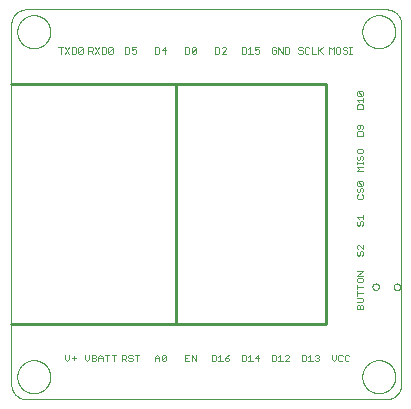
<source format=gto>
G75*
%MOIN*%
%OFA0B0*%
%FSLAX25Y25*%
%IPPOS*%
%LPD*%
%AMOC8*
5,1,8,0,0,1.08239X$1,22.5*
%
%ADD10C,0.00000*%
%ADD11C,0.00200*%
%ADD12C,0.01000*%
D10*
X0039428Y0006256D02*
X0039428Y0126217D01*
X0039430Y0126357D01*
X0039436Y0126497D01*
X0039446Y0126637D01*
X0039459Y0126777D01*
X0039477Y0126916D01*
X0039499Y0127055D01*
X0039524Y0127192D01*
X0039553Y0127330D01*
X0039586Y0127466D01*
X0039623Y0127601D01*
X0039664Y0127735D01*
X0039709Y0127868D01*
X0039757Y0128000D01*
X0039809Y0128130D01*
X0039864Y0128259D01*
X0039923Y0128386D01*
X0039986Y0128512D01*
X0040052Y0128636D01*
X0040121Y0128757D01*
X0040194Y0128877D01*
X0040271Y0128995D01*
X0040350Y0129110D01*
X0040433Y0129224D01*
X0040519Y0129334D01*
X0040608Y0129443D01*
X0040700Y0129549D01*
X0040795Y0129652D01*
X0040892Y0129753D01*
X0040993Y0129850D01*
X0041096Y0129945D01*
X0041202Y0130037D01*
X0041311Y0130126D01*
X0041421Y0130212D01*
X0041535Y0130295D01*
X0041650Y0130374D01*
X0041768Y0130451D01*
X0041888Y0130524D01*
X0042009Y0130593D01*
X0042133Y0130659D01*
X0042259Y0130722D01*
X0042386Y0130781D01*
X0042515Y0130836D01*
X0042645Y0130888D01*
X0042777Y0130936D01*
X0042910Y0130981D01*
X0043044Y0131022D01*
X0043179Y0131059D01*
X0043315Y0131092D01*
X0043453Y0131121D01*
X0043590Y0131146D01*
X0043729Y0131168D01*
X0043868Y0131186D01*
X0044008Y0131199D01*
X0044148Y0131209D01*
X0044288Y0131215D01*
X0044428Y0131217D01*
X0164429Y0131217D01*
X0164569Y0131215D01*
X0164709Y0131209D01*
X0164849Y0131199D01*
X0164989Y0131186D01*
X0165128Y0131168D01*
X0165267Y0131146D01*
X0165404Y0131121D01*
X0165542Y0131092D01*
X0165678Y0131059D01*
X0165813Y0131022D01*
X0165947Y0130981D01*
X0166080Y0130936D01*
X0166212Y0130888D01*
X0166342Y0130836D01*
X0166471Y0130781D01*
X0166598Y0130722D01*
X0166724Y0130659D01*
X0166848Y0130593D01*
X0166969Y0130524D01*
X0167089Y0130451D01*
X0167207Y0130374D01*
X0167322Y0130295D01*
X0167436Y0130212D01*
X0167546Y0130126D01*
X0167655Y0130037D01*
X0167761Y0129945D01*
X0167864Y0129850D01*
X0167965Y0129753D01*
X0168062Y0129652D01*
X0168157Y0129549D01*
X0168249Y0129443D01*
X0168338Y0129334D01*
X0168424Y0129224D01*
X0168507Y0129110D01*
X0168586Y0128995D01*
X0168663Y0128877D01*
X0168736Y0128757D01*
X0168805Y0128636D01*
X0168871Y0128512D01*
X0168934Y0128386D01*
X0168993Y0128259D01*
X0169048Y0128130D01*
X0169100Y0128000D01*
X0169148Y0127868D01*
X0169193Y0127735D01*
X0169234Y0127601D01*
X0169271Y0127466D01*
X0169304Y0127330D01*
X0169333Y0127192D01*
X0169358Y0127055D01*
X0169380Y0126916D01*
X0169398Y0126777D01*
X0169411Y0126637D01*
X0169421Y0126497D01*
X0169427Y0126357D01*
X0169429Y0126217D01*
X0169429Y0006256D01*
X0169427Y0006116D01*
X0169421Y0005976D01*
X0169411Y0005836D01*
X0169398Y0005696D01*
X0169380Y0005557D01*
X0169358Y0005418D01*
X0169333Y0005281D01*
X0169304Y0005143D01*
X0169271Y0005007D01*
X0169234Y0004872D01*
X0169193Y0004738D01*
X0169148Y0004605D01*
X0169100Y0004473D01*
X0169048Y0004343D01*
X0168993Y0004214D01*
X0168934Y0004087D01*
X0168871Y0003961D01*
X0168805Y0003837D01*
X0168736Y0003716D01*
X0168663Y0003596D01*
X0168586Y0003478D01*
X0168507Y0003363D01*
X0168424Y0003249D01*
X0168338Y0003139D01*
X0168249Y0003030D01*
X0168157Y0002924D01*
X0168062Y0002821D01*
X0167965Y0002720D01*
X0167864Y0002623D01*
X0167761Y0002528D01*
X0167655Y0002436D01*
X0167546Y0002347D01*
X0167436Y0002261D01*
X0167322Y0002178D01*
X0167207Y0002099D01*
X0167089Y0002022D01*
X0166969Y0001949D01*
X0166848Y0001880D01*
X0166724Y0001814D01*
X0166598Y0001751D01*
X0166471Y0001692D01*
X0166342Y0001637D01*
X0166212Y0001585D01*
X0166080Y0001537D01*
X0165947Y0001492D01*
X0165813Y0001451D01*
X0165678Y0001414D01*
X0165542Y0001381D01*
X0165404Y0001352D01*
X0165267Y0001327D01*
X0165128Y0001305D01*
X0164989Y0001287D01*
X0164849Y0001274D01*
X0164709Y0001264D01*
X0164569Y0001258D01*
X0164429Y0001256D01*
X0044428Y0001256D01*
X0044288Y0001258D01*
X0044148Y0001264D01*
X0044008Y0001274D01*
X0043868Y0001287D01*
X0043729Y0001305D01*
X0043590Y0001327D01*
X0043453Y0001352D01*
X0043315Y0001381D01*
X0043179Y0001414D01*
X0043044Y0001451D01*
X0042910Y0001492D01*
X0042777Y0001537D01*
X0042645Y0001585D01*
X0042515Y0001637D01*
X0042386Y0001692D01*
X0042259Y0001751D01*
X0042133Y0001814D01*
X0042009Y0001880D01*
X0041888Y0001949D01*
X0041768Y0002022D01*
X0041650Y0002099D01*
X0041535Y0002178D01*
X0041421Y0002261D01*
X0041311Y0002347D01*
X0041202Y0002436D01*
X0041096Y0002528D01*
X0040993Y0002623D01*
X0040892Y0002720D01*
X0040795Y0002821D01*
X0040700Y0002924D01*
X0040608Y0003030D01*
X0040519Y0003139D01*
X0040433Y0003249D01*
X0040350Y0003363D01*
X0040271Y0003478D01*
X0040194Y0003596D01*
X0040121Y0003716D01*
X0040052Y0003837D01*
X0039986Y0003961D01*
X0039923Y0004087D01*
X0039864Y0004214D01*
X0039809Y0004343D01*
X0039757Y0004473D01*
X0039709Y0004605D01*
X0039664Y0004738D01*
X0039623Y0004872D01*
X0039586Y0005007D01*
X0039553Y0005143D01*
X0039524Y0005281D01*
X0039499Y0005418D01*
X0039477Y0005557D01*
X0039459Y0005696D01*
X0039446Y0005836D01*
X0039436Y0005976D01*
X0039430Y0006116D01*
X0039428Y0006256D01*
X0041416Y0008756D02*
X0041418Y0008904D01*
X0041424Y0009052D01*
X0041434Y0009200D01*
X0041448Y0009347D01*
X0041466Y0009494D01*
X0041487Y0009640D01*
X0041513Y0009786D01*
X0041543Y0009931D01*
X0041576Y0010075D01*
X0041614Y0010218D01*
X0041655Y0010360D01*
X0041700Y0010501D01*
X0041748Y0010641D01*
X0041801Y0010780D01*
X0041857Y0010917D01*
X0041917Y0011052D01*
X0041980Y0011186D01*
X0042047Y0011318D01*
X0042118Y0011448D01*
X0042192Y0011576D01*
X0042269Y0011702D01*
X0042350Y0011826D01*
X0042434Y0011948D01*
X0042521Y0012067D01*
X0042612Y0012184D01*
X0042706Y0012299D01*
X0042802Y0012411D01*
X0042902Y0012521D01*
X0043004Y0012627D01*
X0043110Y0012731D01*
X0043218Y0012832D01*
X0043329Y0012930D01*
X0043442Y0013026D01*
X0043558Y0013118D01*
X0043676Y0013207D01*
X0043797Y0013292D01*
X0043920Y0013375D01*
X0044045Y0013454D01*
X0044172Y0013530D01*
X0044301Y0013602D01*
X0044432Y0013671D01*
X0044565Y0013736D01*
X0044700Y0013797D01*
X0044836Y0013855D01*
X0044973Y0013910D01*
X0045112Y0013960D01*
X0045253Y0014007D01*
X0045394Y0014050D01*
X0045537Y0014090D01*
X0045681Y0014125D01*
X0045825Y0014157D01*
X0045971Y0014184D01*
X0046117Y0014208D01*
X0046264Y0014228D01*
X0046411Y0014244D01*
X0046558Y0014256D01*
X0046706Y0014264D01*
X0046854Y0014268D01*
X0047002Y0014268D01*
X0047150Y0014264D01*
X0047298Y0014256D01*
X0047445Y0014244D01*
X0047592Y0014228D01*
X0047739Y0014208D01*
X0047885Y0014184D01*
X0048031Y0014157D01*
X0048175Y0014125D01*
X0048319Y0014090D01*
X0048462Y0014050D01*
X0048603Y0014007D01*
X0048744Y0013960D01*
X0048883Y0013910D01*
X0049020Y0013855D01*
X0049156Y0013797D01*
X0049291Y0013736D01*
X0049424Y0013671D01*
X0049555Y0013602D01*
X0049684Y0013530D01*
X0049811Y0013454D01*
X0049936Y0013375D01*
X0050059Y0013292D01*
X0050180Y0013207D01*
X0050298Y0013118D01*
X0050414Y0013026D01*
X0050527Y0012930D01*
X0050638Y0012832D01*
X0050746Y0012731D01*
X0050852Y0012627D01*
X0050954Y0012521D01*
X0051054Y0012411D01*
X0051150Y0012299D01*
X0051244Y0012184D01*
X0051335Y0012067D01*
X0051422Y0011948D01*
X0051506Y0011826D01*
X0051587Y0011702D01*
X0051664Y0011576D01*
X0051738Y0011448D01*
X0051809Y0011318D01*
X0051876Y0011186D01*
X0051939Y0011052D01*
X0051999Y0010917D01*
X0052055Y0010780D01*
X0052108Y0010641D01*
X0052156Y0010501D01*
X0052201Y0010360D01*
X0052242Y0010218D01*
X0052280Y0010075D01*
X0052313Y0009931D01*
X0052343Y0009786D01*
X0052369Y0009640D01*
X0052390Y0009494D01*
X0052408Y0009347D01*
X0052422Y0009200D01*
X0052432Y0009052D01*
X0052438Y0008904D01*
X0052440Y0008756D01*
X0052438Y0008608D01*
X0052432Y0008460D01*
X0052422Y0008312D01*
X0052408Y0008165D01*
X0052390Y0008018D01*
X0052369Y0007872D01*
X0052343Y0007726D01*
X0052313Y0007581D01*
X0052280Y0007437D01*
X0052242Y0007294D01*
X0052201Y0007152D01*
X0052156Y0007011D01*
X0052108Y0006871D01*
X0052055Y0006732D01*
X0051999Y0006595D01*
X0051939Y0006460D01*
X0051876Y0006326D01*
X0051809Y0006194D01*
X0051738Y0006064D01*
X0051664Y0005936D01*
X0051587Y0005810D01*
X0051506Y0005686D01*
X0051422Y0005564D01*
X0051335Y0005445D01*
X0051244Y0005328D01*
X0051150Y0005213D01*
X0051054Y0005101D01*
X0050954Y0004991D01*
X0050852Y0004885D01*
X0050746Y0004781D01*
X0050638Y0004680D01*
X0050527Y0004582D01*
X0050414Y0004486D01*
X0050298Y0004394D01*
X0050180Y0004305D01*
X0050059Y0004220D01*
X0049936Y0004137D01*
X0049811Y0004058D01*
X0049684Y0003982D01*
X0049555Y0003910D01*
X0049424Y0003841D01*
X0049291Y0003776D01*
X0049156Y0003715D01*
X0049020Y0003657D01*
X0048883Y0003602D01*
X0048744Y0003552D01*
X0048603Y0003505D01*
X0048462Y0003462D01*
X0048319Y0003422D01*
X0048175Y0003387D01*
X0048031Y0003355D01*
X0047885Y0003328D01*
X0047739Y0003304D01*
X0047592Y0003284D01*
X0047445Y0003268D01*
X0047298Y0003256D01*
X0047150Y0003248D01*
X0047002Y0003244D01*
X0046854Y0003244D01*
X0046706Y0003248D01*
X0046558Y0003256D01*
X0046411Y0003268D01*
X0046264Y0003284D01*
X0046117Y0003304D01*
X0045971Y0003328D01*
X0045825Y0003355D01*
X0045681Y0003387D01*
X0045537Y0003422D01*
X0045394Y0003462D01*
X0045253Y0003505D01*
X0045112Y0003552D01*
X0044973Y0003602D01*
X0044836Y0003657D01*
X0044700Y0003715D01*
X0044565Y0003776D01*
X0044432Y0003841D01*
X0044301Y0003910D01*
X0044172Y0003982D01*
X0044045Y0004058D01*
X0043920Y0004137D01*
X0043797Y0004220D01*
X0043676Y0004305D01*
X0043558Y0004394D01*
X0043442Y0004486D01*
X0043329Y0004582D01*
X0043218Y0004680D01*
X0043110Y0004781D01*
X0043004Y0004885D01*
X0042902Y0004991D01*
X0042802Y0005101D01*
X0042706Y0005213D01*
X0042612Y0005328D01*
X0042521Y0005445D01*
X0042434Y0005564D01*
X0042350Y0005686D01*
X0042269Y0005810D01*
X0042192Y0005936D01*
X0042118Y0006064D01*
X0042047Y0006194D01*
X0041980Y0006326D01*
X0041917Y0006460D01*
X0041857Y0006595D01*
X0041801Y0006732D01*
X0041748Y0006871D01*
X0041700Y0007011D01*
X0041655Y0007152D01*
X0041614Y0007294D01*
X0041576Y0007437D01*
X0041543Y0007581D01*
X0041513Y0007726D01*
X0041487Y0007872D01*
X0041466Y0008018D01*
X0041448Y0008165D01*
X0041434Y0008312D01*
X0041424Y0008460D01*
X0041418Y0008608D01*
X0041416Y0008756D01*
X0156416Y0008756D02*
X0156418Y0008904D01*
X0156424Y0009052D01*
X0156434Y0009200D01*
X0156448Y0009347D01*
X0156466Y0009494D01*
X0156487Y0009640D01*
X0156513Y0009786D01*
X0156543Y0009931D01*
X0156576Y0010075D01*
X0156614Y0010218D01*
X0156655Y0010360D01*
X0156700Y0010501D01*
X0156748Y0010641D01*
X0156801Y0010780D01*
X0156857Y0010917D01*
X0156917Y0011052D01*
X0156980Y0011186D01*
X0157047Y0011318D01*
X0157118Y0011448D01*
X0157192Y0011576D01*
X0157269Y0011702D01*
X0157350Y0011826D01*
X0157434Y0011948D01*
X0157521Y0012067D01*
X0157612Y0012184D01*
X0157706Y0012299D01*
X0157802Y0012411D01*
X0157902Y0012521D01*
X0158004Y0012627D01*
X0158110Y0012731D01*
X0158218Y0012832D01*
X0158329Y0012930D01*
X0158442Y0013026D01*
X0158558Y0013118D01*
X0158676Y0013207D01*
X0158797Y0013292D01*
X0158920Y0013375D01*
X0159045Y0013454D01*
X0159172Y0013530D01*
X0159301Y0013602D01*
X0159432Y0013671D01*
X0159565Y0013736D01*
X0159700Y0013797D01*
X0159836Y0013855D01*
X0159973Y0013910D01*
X0160112Y0013960D01*
X0160253Y0014007D01*
X0160394Y0014050D01*
X0160537Y0014090D01*
X0160681Y0014125D01*
X0160825Y0014157D01*
X0160971Y0014184D01*
X0161117Y0014208D01*
X0161264Y0014228D01*
X0161411Y0014244D01*
X0161558Y0014256D01*
X0161706Y0014264D01*
X0161854Y0014268D01*
X0162002Y0014268D01*
X0162150Y0014264D01*
X0162298Y0014256D01*
X0162445Y0014244D01*
X0162592Y0014228D01*
X0162739Y0014208D01*
X0162885Y0014184D01*
X0163031Y0014157D01*
X0163175Y0014125D01*
X0163319Y0014090D01*
X0163462Y0014050D01*
X0163603Y0014007D01*
X0163744Y0013960D01*
X0163883Y0013910D01*
X0164020Y0013855D01*
X0164156Y0013797D01*
X0164291Y0013736D01*
X0164424Y0013671D01*
X0164555Y0013602D01*
X0164684Y0013530D01*
X0164811Y0013454D01*
X0164936Y0013375D01*
X0165059Y0013292D01*
X0165180Y0013207D01*
X0165298Y0013118D01*
X0165414Y0013026D01*
X0165527Y0012930D01*
X0165638Y0012832D01*
X0165746Y0012731D01*
X0165852Y0012627D01*
X0165954Y0012521D01*
X0166054Y0012411D01*
X0166150Y0012299D01*
X0166244Y0012184D01*
X0166335Y0012067D01*
X0166422Y0011948D01*
X0166506Y0011826D01*
X0166587Y0011702D01*
X0166664Y0011576D01*
X0166738Y0011448D01*
X0166809Y0011318D01*
X0166876Y0011186D01*
X0166939Y0011052D01*
X0166999Y0010917D01*
X0167055Y0010780D01*
X0167108Y0010641D01*
X0167156Y0010501D01*
X0167201Y0010360D01*
X0167242Y0010218D01*
X0167280Y0010075D01*
X0167313Y0009931D01*
X0167343Y0009786D01*
X0167369Y0009640D01*
X0167390Y0009494D01*
X0167408Y0009347D01*
X0167422Y0009200D01*
X0167432Y0009052D01*
X0167438Y0008904D01*
X0167440Y0008756D01*
X0167438Y0008608D01*
X0167432Y0008460D01*
X0167422Y0008312D01*
X0167408Y0008165D01*
X0167390Y0008018D01*
X0167369Y0007872D01*
X0167343Y0007726D01*
X0167313Y0007581D01*
X0167280Y0007437D01*
X0167242Y0007294D01*
X0167201Y0007152D01*
X0167156Y0007011D01*
X0167108Y0006871D01*
X0167055Y0006732D01*
X0166999Y0006595D01*
X0166939Y0006460D01*
X0166876Y0006326D01*
X0166809Y0006194D01*
X0166738Y0006064D01*
X0166664Y0005936D01*
X0166587Y0005810D01*
X0166506Y0005686D01*
X0166422Y0005564D01*
X0166335Y0005445D01*
X0166244Y0005328D01*
X0166150Y0005213D01*
X0166054Y0005101D01*
X0165954Y0004991D01*
X0165852Y0004885D01*
X0165746Y0004781D01*
X0165638Y0004680D01*
X0165527Y0004582D01*
X0165414Y0004486D01*
X0165298Y0004394D01*
X0165180Y0004305D01*
X0165059Y0004220D01*
X0164936Y0004137D01*
X0164811Y0004058D01*
X0164684Y0003982D01*
X0164555Y0003910D01*
X0164424Y0003841D01*
X0164291Y0003776D01*
X0164156Y0003715D01*
X0164020Y0003657D01*
X0163883Y0003602D01*
X0163744Y0003552D01*
X0163603Y0003505D01*
X0163462Y0003462D01*
X0163319Y0003422D01*
X0163175Y0003387D01*
X0163031Y0003355D01*
X0162885Y0003328D01*
X0162739Y0003304D01*
X0162592Y0003284D01*
X0162445Y0003268D01*
X0162298Y0003256D01*
X0162150Y0003248D01*
X0162002Y0003244D01*
X0161854Y0003244D01*
X0161706Y0003248D01*
X0161558Y0003256D01*
X0161411Y0003268D01*
X0161264Y0003284D01*
X0161117Y0003304D01*
X0160971Y0003328D01*
X0160825Y0003355D01*
X0160681Y0003387D01*
X0160537Y0003422D01*
X0160394Y0003462D01*
X0160253Y0003505D01*
X0160112Y0003552D01*
X0159973Y0003602D01*
X0159836Y0003657D01*
X0159700Y0003715D01*
X0159565Y0003776D01*
X0159432Y0003841D01*
X0159301Y0003910D01*
X0159172Y0003982D01*
X0159045Y0004058D01*
X0158920Y0004137D01*
X0158797Y0004220D01*
X0158676Y0004305D01*
X0158558Y0004394D01*
X0158442Y0004486D01*
X0158329Y0004582D01*
X0158218Y0004680D01*
X0158110Y0004781D01*
X0158004Y0004885D01*
X0157902Y0004991D01*
X0157802Y0005101D01*
X0157706Y0005213D01*
X0157612Y0005328D01*
X0157521Y0005445D01*
X0157434Y0005564D01*
X0157350Y0005686D01*
X0157269Y0005810D01*
X0157192Y0005936D01*
X0157118Y0006064D01*
X0157047Y0006194D01*
X0156980Y0006326D01*
X0156917Y0006460D01*
X0156857Y0006595D01*
X0156801Y0006732D01*
X0156748Y0006871D01*
X0156700Y0007011D01*
X0156655Y0007152D01*
X0156614Y0007294D01*
X0156576Y0007437D01*
X0156543Y0007581D01*
X0156513Y0007726D01*
X0156487Y0007872D01*
X0156466Y0008018D01*
X0156448Y0008165D01*
X0156434Y0008312D01*
X0156424Y0008460D01*
X0156418Y0008608D01*
X0156416Y0008756D01*
X0159802Y0038756D02*
X0159804Y0038821D01*
X0159810Y0038887D01*
X0159820Y0038951D01*
X0159833Y0039015D01*
X0159851Y0039078D01*
X0159872Y0039140D01*
X0159897Y0039200D01*
X0159926Y0039259D01*
X0159958Y0039316D01*
X0159994Y0039371D01*
X0160032Y0039424D01*
X0160074Y0039474D01*
X0160119Y0039522D01*
X0160167Y0039567D01*
X0160217Y0039609D01*
X0160270Y0039647D01*
X0160325Y0039683D01*
X0160382Y0039715D01*
X0160441Y0039744D01*
X0160501Y0039769D01*
X0160563Y0039790D01*
X0160626Y0039808D01*
X0160690Y0039821D01*
X0160754Y0039831D01*
X0160820Y0039837D01*
X0160885Y0039839D01*
X0160950Y0039837D01*
X0161016Y0039831D01*
X0161080Y0039821D01*
X0161144Y0039808D01*
X0161207Y0039790D01*
X0161269Y0039769D01*
X0161329Y0039744D01*
X0161388Y0039715D01*
X0161445Y0039683D01*
X0161500Y0039647D01*
X0161553Y0039609D01*
X0161603Y0039567D01*
X0161651Y0039522D01*
X0161696Y0039474D01*
X0161738Y0039424D01*
X0161776Y0039371D01*
X0161812Y0039316D01*
X0161844Y0039259D01*
X0161873Y0039200D01*
X0161898Y0039140D01*
X0161919Y0039078D01*
X0161937Y0039015D01*
X0161950Y0038951D01*
X0161960Y0038887D01*
X0161966Y0038821D01*
X0161968Y0038756D01*
X0161966Y0038691D01*
X0161960Y0038625D01*
X0161950Y0038561D01*
X0161937Y0038497D01*
X0161919Y0038434D01*
X0161898Y0038372D01*
X0161873Y0038312D01*
X0161844Y0038253D01*
X0161812Y0038196D01*
X0161776Y0038141D01*
X0161738Y0038088D01*
X0161696Y0038038D01*
X0161651Y0037990D01*
X0161603Y0037945D01*
X0161553Y0037903D01*
X0161500Y0037865D01*
X0161445Y0037829D01*
X0161388Y0037797D01*
X0161329Y0037768D01*
X0161269Y0037743D01*
X0161207Y0037722D01*
X0161144Y0037704D01*
X0161080Y0037691D01*
X0161016Y0037681D01*
X0160950Y0037675D01*
X0160885Y0037673D01*
X0160820Y0037675D01*
X0160754Y0037681D01*
X0160690Y0037691D01*
X0160626Y0037704D01*
X0160563Y0037722D01*
X0160501Y0037743D01*
X0160441Y0037768D01*
X0160382Y0037797D01*
X0160325Y0037829D01*
X0160270Y0037865D01*
X0160217Y0037903D01*
X0160167Y0037945D01*
X0160119Y0037990D01*
X0160074Y0038038D01*
X0160032Y0038088D01*
X0159994Y0038141D01*
X0159958Y0038196D01*
X0159926Y0038253D01*
X0159897Y0038312D01*
X0159872Y0038372D01*
X0159851Y0038434D01*
X0159833Y0038497D01*
X0159820Y0038561D01*
X0159810Y0038625D01*
X0159804Y0038691D01*
X0159802Y0038756D01*
X0166889Y0038756D02*
X0166891Y0038821D01*
X0166897Y0038887D01*
X0166907Y0038951D01*
X0166920Y0039015D01*
X0166938Y0039078D01*
X0166959Y0039140D01*
X0166984Y0039200D01*
X0167013Y0039259D01*
X0167045Y0039316D01*
X0167081Y0039371D01*
X0167119Y0039424D01*
X0167161Y0039474D01*
X0167206Y0039522D01*
X0167254Y0039567D01*
X0167304Y0039609D01*
X0167357Y0039647D01*
X0167412Y0039683D01*
X0167469Y0039715D01*
X0167528Y0039744D01*
X0167588Y0039769D01*
X0167650Y0039790D01*
X0167713Y0039808D01*
X0167777Y0039821D01*
X0167841Y0039831D01*
X0167907Y0039837D01*
X0167972Y0039839D01*
X0168037Y0039837D01*
X0168103Y0039831D01*
X0168167Y0039821D01*
X0168231Y0039808D01*
X0168294Y0039790D01*
X0168356Y0039769D01*
X0168416Y0039744D01*
X0168475Y0039715D01*
X0168532Y0039683D01*
X0168587Y0039647D01*
X0168640Y0039609D01*
X0168690Y0039567D01*
X0168738Y0039522D01*
X0168783Y0039474D01*
X0168825Y0039424D01*
X0168863Y0039371D01*
X0168899Y0039316D01*
X0168931Y0039259D01*
X0168960Y0039200D01*
X0168985Y0039140D01*
X0169006Y0039078D01*
X0169024Y0039015D01*
X0169037Y0038951D01*
X0169047Y0038887D01*
X0169053Y0038821D01*
X0169055Y0038756D01*
X0169053Y0038691D01*
X0169047Y0038625D01*
X0169037Y0038561D01*
X0169024Y0038497D01*
X0169006Y0038434D01*
X0168985Y0038372D01*
X0168960Y0038312D01*
X0168931Y0038253D01*
X0168899Y0038196D01*
X0168863Y0038141D01*
X0168825Y0038088D01*
X0168783Y0038038D01*
X0168738Y0037990D01*
X0168690Y0037945D01*
X0168640Y0037903D01*
X0168587Y0037865D01*
X0168532Y0037829D01*
X0168475Y0037797D01*
X0168416Y0037768D01*
X0168356Y0037743D01*
X0168294Y0037722D01*
X0168231Y0037704D01*
X0168167Y0037691D01*
X0168103Y0037681D01*
X0168037Y0037675D01*
X0167972Y0037673D01*
X0167907Y0037675D01*
X0167841Y0037681D01*
X0167777Y0037691D01*
X0167713Y0037704D01*
X0167650Y0037722D01*
X0167588Y0037743D01*
X0167528Y0037768D01*
X0167469Y0037797D01*
X0167412Y0037829D01*
X0167357Y0037865D01*
X0167304Y0037903D01*
X0167254Y0037945D01*
X0167206Y0037990D01*
X0167161Y0038038D01*
X0167119Y0038088D01*
X0167081Y0038141D01*
X0167045Y0038196D01*
X0167013Y0038253D01*
X0166984Y0038312D01*
X0166959Y0038372D01*
X0166938Y0038434D01*
X0166920Y0038497D01*
X0166907Y0038561D01*
X0166897Y0038625D01*
X0166891Y0038691D01*
X0166889Y0038756D01*
X0156416Y0123756D02*
X0156418Y0123904D01*
X0156424Y0124052D01*
X0156434Y0124200D01*
X0156448Y0124347D01*
X0156466Y0124494D01*
X0156487Y0124640D01*
X0156513Y0124786D01*
X0156543Y0124931D01*
X0156576Y0125075D01*
X0156614Y0125218D01*
X0156655Y0125360D01*
X0156700Y0125501D01*
X0156748Y0125641D01*
X0156801Y0125780D01*
X0156857Y0125917D01*
X0156917Y0126052D01*
X0156980Y0126186D01*
X0157047Y0126318D01*
X0157118Y0126448D01*
X0157192Y0126576D01*
X0157269Y0126702D01*
X0157350Y0126826D01*
X0157434Y0126948D01*
X0157521Y0127067D01*
X0157612Y0127184D01*
X0157706Y0127299D01*
X0157802Y0127411D01*
X0157902Y0127521D01*
X0158004Y0127627D01*
X0158110Y0127731D01*
X0158218Y0127832D01*
X0158329Y0127930D01*
X0158442Y0128026D01*
X0158558Y0128118D01*
X0158676Y0128207D01*
X0158797Y0128292D01*
X0158920Y0128375D01*
X0159045Y0128454D01*
X0159172Y0128530D01*
X0159301Y0128602D01*
X0159432Y0128671D01*
X0159565Y0128736D01*
X0159700Y0128797D01*
X0159836Y0128855D01*
X0159973Y0128910D01*
X0160112Y0128960D01*
X0160253Y0129007D01*
X0160394Y0129050D01*
X0160537Y0129090D01*
X0160681Y0129125D01*
X0160825Y0129157D01*
X0160971Y0129184D01*
X0161117Y0129208D01*
X0161264Y0129228D01*
X0161411Y0129244D01*
X0161558Y0129256D01*
X0161706Y0129264D01*
X0161854Y0129268D01*
X0162002Y0129268D01*
X0162150Y0129264D01*
X0162298Y0129256D01*
X0162445Y0129244D01*
X0162592Y0129228D01*
X0162739Y0129208D01*
X0162885Y0129184D01*
X0163031Y0129157D01*
X0163175Y0129125D01*
X0163319Y0129090D01*
X0163462Y0129050D01*
X0163603Y0129007D01*
X0163744Y0128960D01*
X0163883Y0128910D01*
X0164020Y0128855D01*
X0164156Y0128797D01*
X0164291Y0128736D01*
X0164424Y0128671D01*
X0164555Y0128602D01*
X0164684Y0128530D01*
X0164811Y0128454D01*
X0164936Y0128375D01*
X0165059Y0128292D01*
X0165180Y0128207D01*
X0165298Y0128118D01*
X0165414Y0128026D01*
X0165527Y0127930D01*
X0165638Y0127832D01*
X0165746Y0127731D01*
X0165852Y0127627D01*
X0165954Y0127521D01*
X0166054Y0127411D01*
X0166150Y0127299D01*
X0166244Y0127184D01*
X0166335Y0127067D01*
X0166422Y0126948D01*
X0166506Y0126826D01*
X0166587Y0126702D01*
X0166664Y0126576D01*
X0166738Y0126448D01*
X0166809Y0126318D01*
X0166876Y0126186D01*
X0166939Y0126052D01*
X0166999Y0125917D01*
X0167055Y0125780D01*
X0167108Y0125641D01*
X0167156Y0125501D01*
X0167201Y0125360D01*
X0167242Y0125218D01*
X0167280Y0125075D01*
X0167313Y0124931D01*
X0167343Y0124786D01*
X0167369Y0124640D01*
X0167390Y0124494D01*
X0167408Y0124347D01*
X0167422Y0124200D01*
X0167432Y0124052D01*
X0167438Y0123904D01*
X0167440Y0123756D01*
X0167438Y0123608D01*
X0167432Y0123460D01*
X0167422Y0123312D01*
X0167408Y0123165D01*
X0167390Y0123018D01*
X0167369Y0122872D01*
X0167343Y0122726D01*
X0167313Y0122581D01*
X0167280Y0122437D01*
X0167242Y0122294D01*
X0167201Y0122152D01*
X0167156Y0122011D01*
X0167108Y0121871D01*
X0167055Y0121732D01*
X0166999Y0121595D01*
X0166939Y0121460D01*
X0166876Y0121326D01*
X0166809Y0121194D01*
X0166738Y0121064D01*
X0166664Y0120936D01*
X0166587Y0120810D01*
X0166506Y0120686D01*
X0166422Y0120564D01*
X0166335Y0120445D01*
X0166244Y0120328D01*
X0166150Y0120213D01*
X0166054Y0120101D01*
X0165954Y0119991D01*
X0165852Y0119885D01*
X0165746Y0119781D01*
X0165638Y0119680D01*
X0165527Y0119582D01*
X0165414Y0119486D01*
X0165298Y0119394D01*
X0165180Y0119305D01*
X0165059Y0119220D01*
X0164936Y0119137D01*
X0164811Y0119058D01*
X0164684Y0118982D01*
X0164555Y0118910D01*
X0164424Y0118841D01*
X0164291Y0118776D01*
X0164156Y0118715D01*
X0164020Y0118657D01*
X0163883Y0118602D01*
X0163744Y0118552D01*
X0163603Y0118505D01*
X0163462Y0118462D01*
X0163319Y0118422D01*
X0163175Y0118387D01*
X0163031Y0118355D01*
X0162885Y0118328D01*
X0162739Y0118304D01*
X0162592Y0118284D01*
X0162445Y0118268D01*
X0162298Y0118256D01*
X0162150Y0118248D01*
X0162002Y0118244D01*
X0161854Y0118244D01*
X0161706Y0118248D01*
X0161558Y0118256D01*
X0161411Y0118268D01*
X0161264Y0118284D01*
X0161117Y0118304D01*
X0160971Y0118328D01*
X0160825Y0118355D01*
X0160681Y0118387D01*
X0160537Y0118422D01*
X0160394Y0118462D01*
X0160253Y0118505D01*
X0160112Y0118552D01*
X0159973Y0118602D01*
X0159836Y0118657D01*
X0159700Y0118715D01*
X0159565Y0118776D01*
X0159432Y0118841D01*
X0159301Y0118910D01*
X0159172Y0118982D01*
X0159045Y0119058D01*
X0158920Y0119137D01*
X0158797Y0119220D01*
X0158676Y0119305D01*
X0158558Y0119394D01*
X0158442Y0119486D01*
X0158329Y0119582D01*
X0158218Y0119680D01*
X0158110Y0119781D01*
X0158004Y0119885D01*
X0157902Y0119991D01*
X0157802Y0120101D01*
X0157706Y0120213D01*
X0157612Y0120328D01*
X0157521Y0120445D01*
X0157434Y0120564D01*
X0157350Y0120686D01*
X0157269Y0120810D01*
X0157192Y0120936D01*
X0157118Y0121064D01*
X0157047Y0121194D01*
X0156980Y0121326D01*
X0156917Y0121460D01*
X0156857Y0121595D01*
X0156801Y0121732D01*
X0156748Y0121871D01*
X0156700Y0122011D01*
X0156655Y0122152D01*
X0156614Y0122294D01*
X0156576Y0122437D01*
X0156543Y0122581D01*
X0156513Y0122726D01*
X0156487Y0122872D01*
X0156466Y0123018D01*
X0156448Y0123165D01*
X0156434Y0123312D01*
X0156424Y0123460D01*
X0156418Y0123608D01*
X0156416Y0123756D01*
X0041416Y0123756D02*
X0041418Y0123904D01*
X0041424Y0124052D01*
X0041434Y0124200D01*
X0041448Y0124347D01*
X0041466Y0124494D01*
X0041487Y0124640D01*
X0041513Y0124786D01*
X0041543Y0124931D01*
X0041576Y0125075D01*
X0041614Y0125218D01*
X0041655Y0125360D01*
X0041700Y0125501D01*
X0041748Y0125641D01*
X0041801Y0125780D01*
X0041857Y0125917D01*
X0041917Y0126052D01*
X0041980Y0126186D01*
X0042047Y0126318D01*
X0042118Y0126448D01*
X0042192Y0126576D01*
X0042269Y0126702D01*
X0042350Y0126826D01*
X0042434Y0126948D01*
X0042521Y0127067D01*
X0042612Y0127184D01*
X0042706Y0127299D01*
X0042802Y0127411D01*
X0042902Y0127521D01*
X0043004Y0127627D01*
X0043110Y0127731D01*
X0043218Y0127832D01*
X0043329Y0127930D01*
X0043442Y0128026D01*
X0043558Y0128118D01*
X0043676Y0128207D01*
X0043797Y0128292D01*
X0043920Y0128375D01*
X0044045Y0128454D01*
X0044172Y0128530D01*
X0044301Y0128602D01*
X0044432Y0128671D01*
X0044565Y0128736D01*
X0044700Y0128797D01*
X0044836Y0128855D01*
X0044973Y0128910D01*
X0045112Y0128960D01*
X0045253Y0129007D01*
X0045394Y0129050D01*
X0045537Y0129090D01*
X0045681Y0129125D01*
X0045825Y0129157D01*
X0045971Y0129184D01*
X0046117Y0129208D01*
X0046264Y0129228D01*
X0046411Y0129244D01*
X0046558Y0129256D01*
X0046706Y0129264D01*
X0046854Y0129268D01*
X0047002Y0129268D01*
X0047150Y0129264D01*
X0047298Y0129256D01*
X0047445Y0129244D01*
X0047592Y0129228D01*
X0047739Y0129208D01*
X0047885Y0129184D01*
X0048031Y0129157D01*
X0048175Y0129125D01*
X0048319Y0129090D01*
X0048462Y0129050D01*
X0048603Y0129007D01*
X0048744Y0128960D01*
X0048883Y0128910D01*
X0049020Y0128855D01*
X0049156Y0128797D01*
X0049291Y0128736D01*
X0049424Y0128671D01*
X0049555Y0128602D01*
X0049684Y0128530D01*
X0049811Y0128454D01*
X0049936Y0128375D01*
X0050059Y0128292D01*
X0050180Y0128207D01*
X0050298Y0128118D01*
X0050414Y0128026D01*
X0050527Y0127930D01*
X0050638Y0127832D01*
X0050746Y0127731D01*
X0050852Y0127627D01*
X0050954Y0127521D01*
X0051054Y0127411D01*
X0051150Y0127299D01*
X0051244Y0127184D01*
X0051335Y0127067D01*
X0051422Y0126948D01*
X0051506Y0126826D01*
X0051587Y0126702D01*
X0051664Y0126576D01*
X0051738Y0126448D01*
X0051809Y0126318D01*
X0051876Y0126186D01*
X0051939Y0126052D01*
X0051999Y0125917D01*
X0052055Y0125780D01*
X0052108Y0125641D01*
X0052156Y0125501D01*
X0052201Y0125360D01*
X0052242Y0125218D01*
X0052280Y0125075D01*
X0052313Y0124931D01*
X0052343Y0124786D01*
X0052369Y0124640D01*
X0052390Y0124494D01*
X0052408Y0124347D01*
X0052422Y0124200D01*
X0052432Y0124052D01*
X0052438Y0123904D01*
X0052440Y0123756D01*
X0052438Y0123608D01*
X0052432Y0123460D01*
X0052422Y0123312D01*
X0052408Y0123165D01*
X0052390Y0123018D01*
X0052369Y0122872D01*
X0052343Y0122726D01*
X0052313Y0122581D01*
X0052280Y0122437D01*
X0052242Y0122294D01*
X0052201Y0122152D01*
X0052156Y0122011D01*
X0052108Y0121871D01*
X0052055Y0121732D01*
X0051999Y0121595D01*
X0051939Y0121460D01*
X0051876Y0121326D01*
X0051809Y0121194D01*
X0051738Y0121064D01*
X0051664Y0120936D01*
X0051587Y0120810D01*
X0051506Y0120686D01*
X0051422Y0120564D01*
X0051335Y0120445D01*
X0051244Y0120328D01*
X0051150Y0120213D01*
X0051054Y0120101D01*
X0050954Y0119991D01*
X0050852Y0119885D01*
X0050746Y0119781D01*
X0050638Y0119680D01*
X0050527Y0119582D01*
X0050414Y0119486D01*
X0050298Y0119394D01*
X0050180Y0119305D01*
X0050059Y0119220D01*
X0049936Y0119137D01*
X0049811Y0119058D01*
X0049684Y0118982D01*
X0049555Y0118910D01*
X0049424Y0118841D01*
X0049291Y0118776D01*
X0049156Y0118715D01*
X0049020Y0118657D01*
X0048883Y0118602D01*
X0048744Y0118552D01*
X0048603Y0118505D01*
X0048462Y0118462D01*
X0048319Y0118422D01*
X0048175Y0118387D01*
X0048031Y0118355D01*
X0047885Y0118328D01*
X0047739Y0118304D01*
X0047592Y0118284D01*
X0047445Y0118268D01*
X0047298Y0118256D01*
X0047150Y0118248D01*
X0047002Y0118244D01*
X0046854Y0118244D01*
X0046706Y0118248D01*
X0046558Y0118256D01*
X0046411Y0118268D01*
X0046264Y0118284D01*
X0046117Y0118304D01*
X0045971Y0118328D01*
X0045825Y0118355D01*
X0045681Y0118387D01*
X0045537Y0118422D01*
X0045394Y0118462D01*
X0045253Y0118505D01*
X0045112Y0118552D01*
X0044973Y0118602D01*
X0044836Y0118657D01*
X0044700Y0118715D01*
X0044565Y0118776D01*
X0044432Y0118841D01*
X0044301Y0118910D01*
X0044172Y0118982D01*
X0044045Y0119058D01*
X0043920Y0119137D01*
X0043797Y0119220D01*
X0043676Y0119305D01*
X0043558Y0119394D01*
X0043442Y0119486D01*
X0043329Y0119582D01*
X0043218Y0119680D01*
X0043110Y0119781D01*
X0043004Y0119885D01*
X0042902Y0119991D01*
X0042802Y0120101D01*
X0042706Y0120213D01*
X0042612Y0120328D01*
X0042521Y0120445D01*
X0042434Y0120564D01*
X0042350Y0120686D01*
X0042269Y0120810D01*
X0042192Y0120936D01*
X0042118Y0121064D01*
X0042047Y0121194D01*
X0041980Y0121326D01*
X0041917Y0121460D01*
X0041857Y0121595D01*
X0041801Y0121732D01*
X0041748Y0121871D01*
X0041700Y0122011D01*
X0041655Y0122152D01*
X0041614Y0122294D01*
X0041576Y0122437D01*
X0041543Y0122581D01*
X0041513Y0122726D01*
X0041487Y0122872D01*
X0041466Y0123018D01*
X0041448Y0123165D01*
X0041434Y0123312D01*
X0041424Y0123460D01*
X0041418Y0123608D01*
X0041416Y0123756D01*
D11*
X0055109Y0118658D02*
X0056577Y0118658D01*
X0055843Y0118658D02*
X0055843Y0116456D01*
X0057319Y0116456D02*
X0058786Y0118658D01*
X0059528Y0118658D02*
X0060629Y0118658D01*
X0060996Y0118291D01*
X0060996Y0116823D01*
X0060629Y0116456D01*
X0059528Y0116456D01*
X0059528Y0118658D01*
X0057319Y0118658D02*
X0058786Y0116456D01*
X0061738Y0116823D02*
X0061738Y0118291D01*
X0062105Y0118658D01*
X0062839Y0118658D01*
X0063206Y0118291D01*
X0061738Y0116823D01*
X0062105Y0116456D01*
X0062839Y0116456D01*
X0063206Y0116823D01*
X0063206Y0118291D01*
X0065109Y0118658D02*
X0065109Y0116456D01*
X0065109Y0117190D02*
X0066210Y0117190D01*
X0066577Y0117557D01*
X0066577Y0118291D01*
X0066210Y0118658D01*
X0065109Y0118658D01*
X0065843Y0117190D02*
X0066577Y0116456D01*
X0067319Y0116456D02*
X0068786Y0118658D01*
X0069528Y0118658D02*
X0070629Y0118658D01*
X0070996Y0118291D01*
X0070996Y0116823D01*
X0070629Y0116456D01*
X0069528Y0116456D01*
X0069528Y0118658D01*
X0067319Y0118658D02*
X0068786Y0116456D01*
X0071738Y0116823D02*
X0071738Y0118291D01*
X0072105Y0118658D01*
X0072839Y0118658D01*
X0073206Y0118291D01*
X0071738Y0116823D01*
X0072105Y0116456D01*
X0072839Y0116456D01*
X0073206Y0116823D01*
X0073206Y0118291D01*
X0077319Y0118658D02*
X0077319Y0116456D01*
X0078420Y0116456D01*
X0078787Y0116823D01*
X0078787Y0118291D01*
X0078420Y0118658D01*
X0077319Y0118658D01*
X0079528Y0118658D02*
X0079528Y0117557D01*
X0080262Y0117924D01*
X0080629Y0117924D01*
X0080996Y0117557D01*
X0080996Y0116823D01*
X0080629Y0116456D01*
X0079895Y0116456D01*
X0079528Y0116823D01*
X0079528Y0118658D02*
X0080996Y0118658D01*
X0087319Y0118658D02*
X0087319Y0116456D01*
X0088420Y0116456D01*
X0088787Y0116823D01*
X0088787Y0118291D01*
X0088420Y0118658D01*
X0087319Y0118658D01*
X0089528Y0117557D02*
X0090996Y0117557D01*
X0090629Y0116456D02*
X0090629Y0118658D01*
X0089528Y0117557D01*
X0097319Y0118658D02*
X0097319Y0116456D01*
X0098420Y0116456D01*
X0098787Y0116823D01*
X0098787Y0118291D01*
X0098420Y0118658D01*
X0097319Y0118658D01*
X0099528Y0118291D02*
X0099528Y0116823D01*
X0100996Y0118291D01*
X0100996Y0116823D01*
X0100629Y0116456D01*
X0099895Y0116456D01*
X0099528Y0116823D01*
X0099528Y0118291D02*
X0099895Y0118658D01*
X0100629Y0118658D01*
X0100996Y0118291D01*
X0107319Y0118658D02*
X0107319Y0116456D01*
X0108420Y0116456D01*
X0108787Y0116823D01*
X0108787Y0118291D01*
X0108420Y0118658D01*
X0107319Y0118658D01*
X0109528Y0118291D02*
X0109895Y0118658D01*
X0110629Y0118658D01*
X0110996Y0118291D01*
X0110996Y0117924D01*
X0109528Y0116456D01*
X0110996Y0116456D01*
X0116214Y0116456D02*
X0117315Y0116456D01*
X0117682Y0116823D01*
X0117682Y0118291D01*
X0117315Y0118658D01*
X0116214Y0118658D01*
X0116214Y0116456D01*
X0118424Y0116456D02*
X0119891Y0116456D01*
X0119157Y0116456D02*
X0119157Y0118658D01*
X0118424Y0117924D01*
X0120633Y0117557D02*
X0121367Y0117924D01*
X0121734Y0117924D01*
X0122101Y0117557D01*
X0122101Y0116823D01*
X0121734Y0116456D01*
X0121000Y0116456D01*
X0120633Y0116823D01*
X0120633Y0117557D02*
X0120633Y0118658D01*
X0122101Y0118658D01*
X0126214Y0118291D02*
X0126214Y0116823D01*
X0126581Y0116456D01*
X0127315Y0116456D01*
X0127682Y0116823D01*
X0127682Y0117557D01*
X0126948Y0117557D01*
X0127682Y0118291D02*
X0127315Y0118658D01*
X0126581Y0118658D01*
X0126214Y0118291D01*
X0128424Y0118658D02*
X0128424Y0116456D01*
X0129891Y0116456D02*
X0128424Y0118658D01*
X0129891Y0118658D02*
X0129891Y0116456D01*
X0130633Y0116456D02*
X0131734Y0116456D01*
X0132101Y0116823D01*
X0132101Y0118291D01*
X0131734Y0118658D01*
X0130633Y0118658D01*
X0130633Y0116456D01*
X0135109Y0116823D02*
X0135476Y0116456D01*
X0136210Y0116456D01*
X0136577Y0116823D01*
X0136577Y0117190D01*
X0136210Y0117557D01*
X0135476Y0117557D01*
X0135109Y0117924D01*
X0135109Y0118291D01*
X0135476Y0118658D01*
X0136210Y0118658D01*
X0136577Y0118291D01*
X0137319Y0118291D02*
X0137319Y0116823D01*
X0137686Y0116456D01*
X0138420Y0116456D01*
X0138786Y0116823D01*
X0139528Y0116456D02*
X0140996Y0116456D01*
X0141738Y0116456D02*
X0141738Y0118658D01*
X0142105Y0117557D02*
X0143206Y0116456D01*
X0141738Y0117190D02*
X0143206Y0118658D01*
X0145477Y0118658D02*
X0145477Y0116456D01*
X0146945Y0116456D02*
X0146945Y0118658D01*
X0146211Y0117924D01*
X0145477Y0118658D01*
X0147687Y0118291D02*
X0147687Y0116823D01*
X0148054Y0116456D01*
X0148788Y0116456D01*
X0149155Y0116823D01*
X0149155Y0118291D01*
X0148788Y0118658D01*
X0148054Y0118658D01*
X0147687Y0118291D01*
X0149897Y0118291D02*
X0149897Y0117924D01*
X0150264Y0117557D01*
X0150998Y0117557D01*
X0151365Y0117190D01*
X0151365Y0116823D01*
X0150998Y0116456D01*
X0150264Y0116456D01*
X0149897Y0116823D01*
X0149897Y0118291D02*
X0150264Y0118658D01*
X0150998Y0118658D01*
X0151365Y0118291D01*
X0152107Y0118658D02*
X0152841Y0118658D01*
X0152474Y0118658D02*
X0152474Y0116456D01*
X0152107Y0116456D02*
X0152841Y0116456D01*
X0139528Y0116456D02*
X0139528Y0118658D01*
X0138786Y0118291D02*
X0138420Y0118658D01*
X0137686Y0118658D01*
X0137319Y0118291D01*
X0154527Y0103562D02*
X0154894Y0103929D01*
X0156361Y0102461D01*
X0156728Y0102828D01*
X0156728Y0103562D01*
X0156361Y0103929D01*
X0154894Y0103929D01*
X0154527Y0103562D02*
X0154527Y0102828D01*
X0154894Y0102461D01*
X0156361Y0102461D01*
X0156728Y0101719D02*
X0156728Y0100251D01*
X0156728Y0100985D02*
X0154527Y0100985D01*
X0155261Y0100251D01*
X0154894Y0099509D02*
X0154527Y0099142D01*
X0154527Y0098041D01*
X0156728Y0098041D01*
X0156728Y0099142D01*
X0156361Y0099509D01*
X0154894Y0099509D01*
X0154894Y0092824D02*
X0154527Y0092457D01*
X0154527Y0091723D01*
X0154894Y0091356D01*
X0155261Y0091356D01*
X0155628Y0091723D01*
X0155628Y0092824D01*
X0156361Y0092824D02*
X0154894Y0092824D01*
X0156361Y0092824D02*
X0156728Y0092457D01*
X0156728Y0091723D01*
X0156361Y0091356D01*
X0156361Y0090614D02*
X0154894Y0090614D01*
X0154527Y0090247D01*
X0154527Y0089146D01*
X0156728Y0089146D01*
X0156728Y0090247D01*
X0156361Y0090614D01*
X0156361Y0084665D02*
X0154894Y0084665D01*
X0154527Y0084298D01*
X0154527Y0083564D01*
X0154894Y0083197D01*
X0156361Y0083197D01*
X0156728Y0083564D01*
X0156728Y0084298D01*
X0156361Y0084665D01*
X0156361Y0082455D02*
X0155995Y0082455D01*
X0155628Y0082089D01*
X0155628Y0081355D01*
X0155261Y0080988D01*
X0154894Y0080988D01*
X0154527Y0081355D01*
X0154527Y0082089D01*
X0154894Y0082455D01*
X0156361Y0082455D02*
X0156728Y0082089D01*
X0156728Y0081355D01*
X0156361Y0080988D01*
X0156728Y0080248D02*
X0156728Y0079514D01*
X0156728Y0079881D02*
X0154527Y0079881D01*
X0154527Y0079514D02*
X0154527Y0080248D01*
X0154527Y0078772D02*
X0156728Y0078772D01*
X0156728Y0077304D02*
X0154527Y0077304D01*
X0155261Y0078038D01*
X0154527Y0078772D01*
X0154894Y0073929D02*
X0156361Y0072461D01*
X0156728Y0072828D01*
X0156728Y0073562D01*
X0156361Y0073929D01*
X0154894Y0073929D01*
X0154527Y0073562D01*
X0154527Y0072828D01*
X0154894Y0072461D01*
X0156361Y0072461D01*
X0156361Y0071719D02*
X0156728Y0071352D01*
X0156728Y0070618D01*
X0156361Y0070251D01*
X0156361Y0069509D02*
X0156728Y0069142D01*
X0156728Y0068408D01*
X0156361Y0068041D01*
X0154894Y0068041D01*
X0154527Y0068408D01*
X0154527Y0069142D01*
X0154894Y0069509D01*
X0154894Y0070251D02*
X0155261Y0070251D01*
X0155628Y0070618D01*
X0155628Y0071352D01*
X0155995Y0071719D01*
X0156361Y0071719D01*
X0154894Y0071719D02*
X0154527Y0071352D01*
X0154527Y0070618D01*
X0154894Y0070251D01*
X0156728Y0062824D02*
X0156728Y0061356D01*
X0156728Y0062090D02*
X0154527Y0062090D01*
X0155261Y0061356D01*
X0154894Y0060614D02*
X0154527Y0060247D01*
X0154527Y0059513D01*
X0154894Y0059146D01*
X0155261Y0059146D01*
X0155628Y0059513D01*
X0155628Y0060247D01*
X0155995Y0060614D01*
X0156361Y0060614D01*
X0156728Y0060247D01*
X0156728Y0059513D01*
X0156361Y0059146D01*
X0156728Y0052824D02*
X0156728Y0051356D01*
X0155261Y0052824D01*
X0154894Y0052824D01*
X0154527Y0052457D01*
X0154527Y0051723D01*
X0154894Y0051356D01*
X0154894Y0050614D02*
X0154527Y0050247D01*
X0154527Y0049513D01*
X0154894Y0049146D01*
X0155261Y0049146D01*
X0155628Y0049513D01*
X0155628Y0050247D01*
X0155995Y0050614D01*
X0156361Y0050614D01*
X0156728Y0050247D01*
X0156728Y0049513D01*
X0156361Y0049146D01*
X0156828Y0043873D02*
X0154627Y0043873D01*
X0154627Y0042405D02*
X0156828Y0043873D01*
X0156828Y0042405D02*
X0154627Y0042405D01*
X0154994Y0041663D02*
X0154627Y0041296D01*
X0154627Y0040562D01*
X0154994Y0040195D01*
X0156461Y0040195D01*
X0156828Y0040562D01*
X0156828Y0041296D01*
X0156461Y0041663D01*
X0154994Y0041663D01*
X0154627Y0039453D02*
X0154627Y0037986D01*
X0154627Y0038720D02*
X0156828Y0038720D01*
X0156828Y0036510D02*
X0154627Y0036510D01*
X0154627Y0035776D02*
X0154627Y0037244D01*
X0154627Y0035034D02*
X0156461Y0035034D01*
X0156828Y0034667D01*
X0156828Y0033933D01*
X0156461Y0033566D01*
X0154627Y0033566D01*
X0154994Y0032824D02*
X0155361Y0032824D01*
X0155728Y0032457D01*
X0155728Y0031356D01*
X0156828Y0031356D02*
X0154627Y0031356D01*
X0154627Y0032457D01*
X0154994Y0032824D01*
X0155728Y0032457D02*
X0156095Y0032824D01*
X0156461Y0032824D01*
X0156828Y0032457D01*
X0156828Y0031356D01*
X0151734Y0016058D02*
X0151000Y0016058D01*
X0150633Y0015691D01*
X0150633Y0014223D01*
X0151000Y0013856D01*
X0151734Y0013856D01*
X0152101Y0014223D01*
X0152101Y0015691D02*
X0151734Y0016058D01*
X0149891Y0015691D02*
X0149524Y0016058D01*
X0148790Y0016058D01*
X0148424Y0015691D01*
X0148424Y0014223D01*
X0148790Y0013856D01*
X0149524Y0013856D01*
X0149891Y0014223D01*
X0147682Y0014590D02*
X0147682Y0016058D01*
X0147682Y0014590D02*
X0146948Y0013856D01*
X0146214Y0014590D01*
X0146214Y0016058D01*
X0142101Y0015691D02*
X0142101Y0015324D01*
X0141734Y0014957D01*
X0142101Y0014590D01*
X0142101Y0014223D01*
X0141734Y0013856D01*
X0141000Y0013856D01*
X0140633Y0014223D01*
X0139891Y0013856D02*
X0138424Y0013856D01*
X0139157Y0013856D02*
X0139157Y0016058D01*
X0138424Y0015324D01*
X0137682Y0015691D02*
X0137682Y0014223D01*
X0137315Y0013856D01*
X0136214Y0013856D01*
X0136214Y0016058D01*
X0137315Y0016058D01*
X0137682Y0015691D01*
X0140633Y0015691D02*
X0141000Y0016058D01*
X0141734Y0016058D01*
X0142101Y0015691D01*
X0141734Y0014957D02*
X0141367Y0014957D01*
X0132101Y0015324D02*
X0132101Y0015691D01*
X0131734Y0016058D01*
X0131000Y0016058D01*
X0130633Y0015691D01*
X0132101Y0015324D02*
X0130633Y0013856D01*
X0132101Y0013856D01*
X0129891Y0013856D02*
X0128424Y0013856D01*
X0129157Y0013856D02*
X0129157Y0016058D01*
X0128424Y0015324D01*
X0127682Y0015691D02*
X0127682Y0014223D01*
X0127315Y0013856D01*
X0126214Y0013856D01*
X0126214Y0016058D01*
X0127315Y0016058D01*
X0127682Y0015691D01*
X0122101Y0014957D02*
X0120633Y0014957D01*
X0121734Y0016058D01*
X0121734Y0013856D01*
X0119891Y0013856D02*
X0118424Y0013856D01*
X0119157Y0013856D02*
X0119157Y0016058D01*
X0118424Y0015324D01*
X0117682Y0015691D02*
X0117682Y0014223D01*
X0117315Y0013856D01*
X0116214Y0013856D01*
X0116214Y0016058D01*
X0117315Y0016058D01*
X0117682Y0015691D01*
X0112101Y0016058D02*
X0111367Y0015691D01*
X0110633Y0014957D01*
X0111734Y0014957D01*
X0112101Y0014590D01*
X0112101Y0014223D01*
X0111734Y0013856D01*
X0111000Y0013856D01*
X0110633Y0014223D01*
X0110633Y0014957D01*
X0109891Y0013856D02*
X0108424Y0013856D01*
X0109157Y0013856D02*
X0109157Y0016058D01*
X0108424Y0015324D01*
X0107682Y0015691D02*
X0107315Y0016058D01*
X0106214Y0016058D01*
X0106214Y0013856D01*
X0107315Y0013856D01*
X0107682Y0014223D01*
X0107682Y0015691D01*
X0100996Y0016058D02*
X0100996Y0013856D01*
X0099528Y0016058D01*
X0099528Y0013856D01*
X0098786Y0013856D02*
X0097319Y0013856D01*
X0097319Y0016058D01*
X0098786Y0016058D01*
X0098053Y0014957D02*
X0097319Y0014957D01*
X0090996Y0015691D02*
X0090996Y0014223D01*
X0090629Y0013856D01*
X0089895Y0013856D01*
X0089528Y0014223D01*
X0090996Y0015691D01*
X0090629Y0016058D01*
X0089895Y0016058D01*
X0089528Y0015691D01*
X0089528Y0014223D01*
X0088786Y0013856D02*
X0088786Y0015324D01*
X0088053Y0016058D01*
X0087319Y0015324D01*
X0087319Y0013856D01*
X0087319Y0014957D02*
X0088786Y0014957D01*
X0082101Y0016058D02*
X0080633Y0016058D01*
X0081367Y0016058D02*
X0081367Y0013856D01*
X0079891Y0014223D02*
X0079524Y0013856D01*
X0078790Y0013856D01*
X0078424Y0014223D01*
X0078790Y0014957D02*
X0079524Y0014957D01*
X0079891Y0014590D01*
X0079891Y0014223D01*
X0078790Y0014957D02*
X0078424Y0015324D01*
X0078424Y0015691D01*
X0078790Y0016058D01*
X0079524Y0016058D01*
X0079891Y0015691D01*
X0077682Y0015691D02*
X0077682Y0014957D01*
X0077315Y0014590D01*
X0076214Y0014590D01*
X0076948Y0014590D02*
X0077682Y0013856D01*
X0076214Y0013856D02*
X0076214Y0016058D01*
X0077315Y0016058D01*
X0077682Y0015691D01*
X0074311Y0016058D02*
X0072843Y0016058D01*
X0073577Y0016058D02*
X0073577Y0013856D01*
X0071367Y0013856D02*
X0071367Y0016058D01*
X0070633Y0016058D02*
X0072101Y0016058D01*
X0069891Y0015324D02*
X0069891Y0013856D01*
X0069891Y0014957D02*
X0068424Y0014957D01*
X0068424Y0015324D02*
X0069157Y0016058D01*
X0069891Y0015324D01*
X0068424Y0015324D02*
X0068424Y0013856D01*
X0067682Y0014223D02*
X0067315Y0013856D01*
X0066214Y0013856D01*
X0066214Y0016058D01*
X0067315Y0016058D01*
X0067682Y0015691D01*
X0067682Y0015324D01*
X0067315Y0014957D01*
X0066214Y0014957D01*
X0065472Y0014590D02*
X0065472Y0016058D01*
X0065472Y0014590D02*
X0064738Y0013856D01*
X0064004Y0014590D01*
X0064004Y0016058D01*
X0060996Y0014957D02*
X0059528Y0014957D01*
X0058786Y0014590D02*
X0058786Y0016058D01*
X0057319Y0016058D02*
X0057319Y0014590D01*
X0058053Y0013856D01*
X0058786Y0014590D01*
X0060262Y0014223D02*
X0060262Y0015691D01*
X0067315Y0014957D02*
X0067682Y0014590D01*
X0067682Y0014223D01*
D12*
X0094428Y0026256D02*
X0094428Y0106256D01*
X0144428Y0106256D02*
X0144428Y0026256D01*
X0039428Y0026256D01*
X0039428Y0106256D02*
X0144428Y0106256D01*
M02*

</source>
